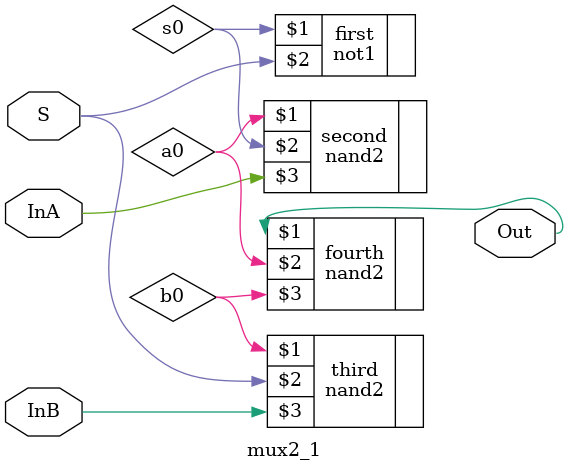
<source format=v>
/*
    CS/ECE 552 Spring '19
    Homework #3, Problem 1

    2-1 mux template
*/
module mux2_1(InA, InB, S, Out);
    input   InA, InB;
    input   S;
    output  Out;

    // YOUR CODE HERE
    wire s0,a0,b0;

    not1
	first(s0, S);
    nand2

        second(a0, s0, InA),
        third(b0, S, InB),
        fourth(Out, a0, b0);

endmodule  // mux2

</source>
